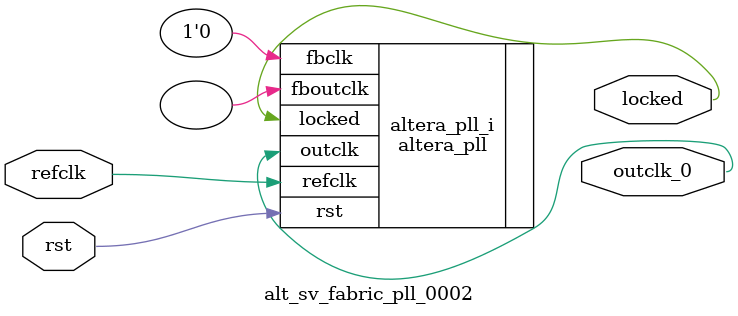
<source format=v>
`timescale 1ns/10ps
module  alt_sv_fabric_pll_0002(

	// interface 'refclk'
	input wire refclk,

	// interface 'reset'
	input wire rst,

	// interface 'outclk0'
	output wire outclk_0,

	// interface 'locked'
	output wire locked
);

	altera_pll #(
		.fractional_vco_multiplier("false"),
		.reference_clock_frequency("125.0 MHz"),
		.operation_mode("normal"),
		.number_of_clocks(1),
		.output_clock_frequency0("50.000000 MHz"),
		.phase_shift0("0 ps"),
		.duty_cycle0(50),
		.output_clock_frequency1("0 MHz"),
		.phase_shift1("0 ps"),
		.duty_cycle1(50),
		.output_clock_frequency2("0 MHz"),
		.phase_shift2("0 ps"),
		.duty_cycle2(50),
		.output_clock_frequency3("0 MHz"),
		.phase_shift3("0 ps"),
		.duty_cycle3(50),
		.output_clock_frequency4("0 MHz"),
		.phase_shift4("0 ps"),
		.duty_cycle4(50),
		.output_clock_frequency5("0 MHz"),
		.phase_shift5("0 ps"),
		.duty_cycle5(50),
		.output_clock_frequency6("0 MHz"),
		.phase_shift6("0 ps"),
		.duty_cycle6(50),
		.output_clock_frequency7("0 MHz"),
		.phase_shift7("0 ps"),
		.duty_cycle7(50),
		.output_clock_frequency8("0 MHz"),
		.phase_shift8("0 ps"),
		.duty_cycle8(50),
		.output_clock_frequency9("0 MHz"),
		.phase_shift9("0 ps"),
		.duty_cycle9(50),
		.output_clock_frequency10("0 MHz"),
		.phase_shift10("0 ps"),
		.duty_cycle10(50),
		.output_clock_frequency11("0 MHz"),
		.phase_shift11("0 ps"),
		.duty_cycle11(50),
		.output_clock_frequency12("0 MHz"),
		.phase_shift12("0 ps"),
		.duty_cycle12(50),
		.output_clock_frequency13("0 MHz"),
		.phase_shift13("0 ps"),
		.duty_cycle13(50),
		.output_clock_frequency14("0 MHz"),
		.phase_shift14("0 ps"),
		.duty_cycle14(50),
		.output_clock_frequency15("0 MHz"),
		.phase_shift15("0 ps"),
		.duty_cycle15(50),
		.output_clock_frequency16("0 MHz"),
		.phase_shift16("0 ps"),
		.duty_cycle16(50),
		.output_clock_frequency17("0 MHz"),
		.phase_shift17("0 ps"),
		.duty_cycle17(50),
		.pll_type("General"),
		.pll_subtype("General")
	) altera_pll_i (
		.rst	(rst),
		.outclk	({outclk_0}),
		.locked	(locked),
		.fboutclk	( ),
		.fbclk	(1'b0),
		.refclk	(refclk)
	);
endmodule


</source>
